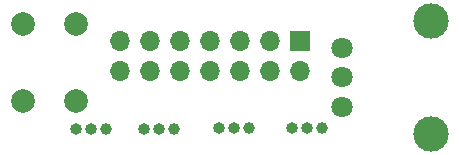
<source format=gbr>
G04 #@! TF.GenerationSoftware,KiCad,Pcbnew,(5.1.2)-2*
G04 #@! TF.CreationDate,2019-09-21T22:45:55+01:00*
G04 #@! TF.ProjectId,LEDPanelControllerHAT,4c454450-616e-4656-9c43-6f6e74726f6c,rev?*
G04 #@! TF.SameCoordinates,Original*
G04 #@! TF.FileFunction,Soldermask,Top*
G04 #@! TF.FilePolarity,Negative*
%FSLAX46Y46*%
G04 Gerber Fmt 4.6, Leading zero omitted, Abs format (unit mm)*
G04 Created by KiCad (PCBNEW (5.1.2)-2) date 2019-09-21 22:45:55*
%MOMM*%
%LPD*%
G04 APERTURE LIST*
%ADD10C,1.000000*%
%ADD11O,1.000000X1.000000*%
%ADD12C,2.000000*%
%ADD13C,3.000000*%
%ADD14C,1.800000*%
%ADD15R,1.700000X1.700000*%
%ADD16O,1.700000X1.700000*%
G04 APERTURE END LIST*
D10*
X164325000Y-85200000D03*
D11*
X163055000Y-85200000D03*
X161785000Y-85200000D03*
D10*
X158175000Y-85250000D03*
D11*
X156905000Y-85250000D03*
X155635000Y-85250000D03*
D10*
X151825000Y-85300000D03*
D11*
X150555000Y-85300000D03*
X149285000Y-85300000D03*
D10*
X146025000Y-85350000D03*
D11*
X144755000Y-85350000D03*
X143485000Y-85350000D03*
D12*
X143500000Y-82925000D03*
X139000000Y-82925000D03*
X143500000Y-76425000D03*
X139000000Y-76425000D03*
D13*
X173525000Y-85700000D03*
X173525000Y-76200000D03*
D14*
X166025000Y-83450000D03*
X166025000Y-80950000D03*
X166025000Y-78450000D03*
D15*
X162500000Y-77900000D03*
D16*
X162500000Y-80440000D03*
X159960000Y-77900000D03*
X159960000Y-80440000D03*
X157420000Y-77900000D03*
X157420000Y-80440000D03*
X154880000Y-77900000D03*
X154880000Y-80440000D03*
X152340000Y-77900000D03*
X152340000Y-80440000D03*
X149800000Y-77900000D03*
X149800000Y-80440000D03*
X147260000Y-77900000D03*
X147260000Y-80440000D03*
M02*

</source>
